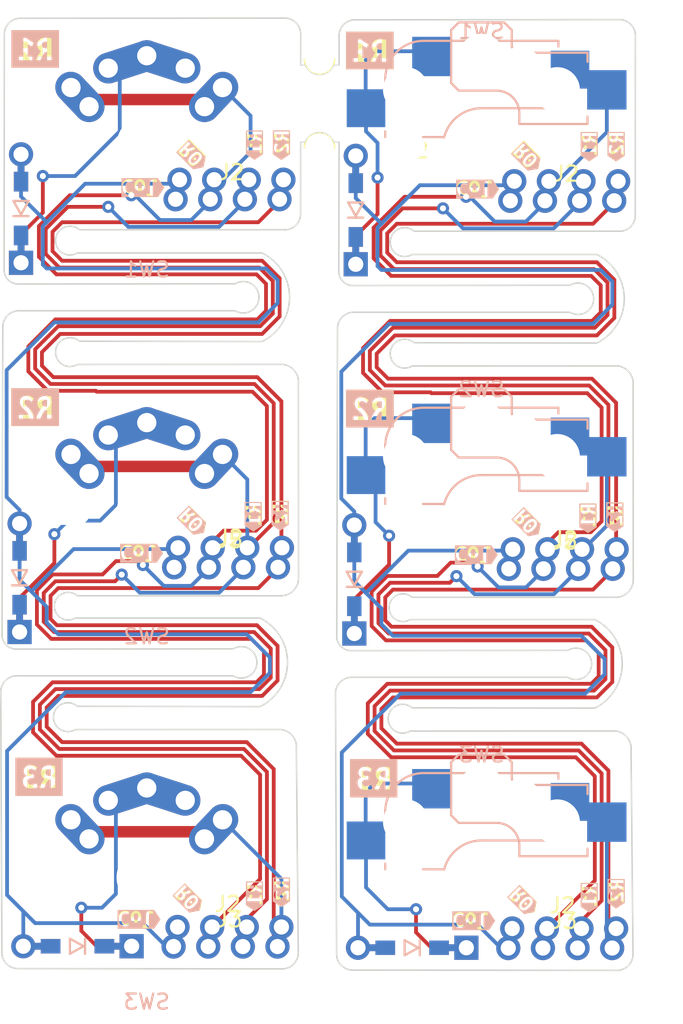
<source format=kicad_pcb>
(kicad_pcb (version 20211014) (generator pcbnew)
  (layers (0 "F.Cu" signal) (31 "B.Cu" signal) (34 "B.Paste" user) (35 "F.Paste" user) (36 "B.SilkS" user "B.Silkscreen") (37 "F.SilkS" user "F.Silkscreen") (38 "B.Mask" user) (39 "F.Mask" user) (44 "Edge.Cuts" user))
  (net 0 "")
  (net 1 "Net-(D1-Pad1)")
  (net 2 "col0")
  (net 3 "Net-(D2-Pad1)")
  (net 4 "Net-(D3-Pad1)")
  (net 5 "row_0")
  (net 6 "row_1")
  (net 7 "row_2")
  (footprint "Alaa:4x2THT" (layer "F.Cu") (at 219.874672 103.013976)
    (fp_text reference "J5")
    (fp_text value "Conn_01x04_Female")
  )
  (footprint "kibuzzard-6399CA4F" (layer "F.Cu") (at 223.178917 100.881108 -90)
    (fp_text reference "kibuzzard-6399CA4F" hide)
    (fp_text value "G***" hide)
  )
  (footprint "kibuzzard-6399CA4F" (layer "F.Cu") (at 201.171491 76.354194 -90)
    (fp_text reference "kibuzzard-6399CA4F" hide)
    (fp_text value "G***" hide)
  )
  (footprint "kibuzzard-6399CA4F" (layer "F.Cu") (at 223.266 125.73 -90)
    (fp_text reference "kibuzzard-6399CA4F" hide)
    (fp_text value "G***" hide)
  )
  (footprint "kibuzzard-6399CA47" (layer "F.Cu") (at 199.321354 100.857223 -90)
    (fp_text reference "kibuzzard-6399CA47" hide)
    (fp_text value "G***" hide)
  )
  (footprint "kibuzzard-6399CA4F" (layer "F.Cu") (at 201.084408 100.781302 -90)
    (fp_text reference "kibuzzard-6399CA4F" hide)
    (fp_text value "G***" hide)
  )
  (footprint "Alaa:Kailh_MX-CHOC" (layer "F.Cu") (at 192.281491 100.552194)
    (fp_text reference "SW2")
    (fp_text value "SW_Push")
  )
  (footprint "kibuzzard-63982C97" (layer "F.Cu") (at 207.01 93.726)
    (fp_text reference "kibuzzard-63982C97" hide)
    (fp_text value "G***" hide)
  )
  (footprint "Alaa:Kailh_hotswap_only_MX-CHOC" (layer "F.Cu") (at 214.376 124.75)
    (fp_text reference "SW3")
    (fp_text value "SW_Push")
  )
  (footprint "Alaa:4x2THT" (layer "F.Cu") (at 219.973641 78.738932)
    (fp_text reference "J2")
    (fp_text value "Conn_01x04_Female")
  )
  (footprint "kibuzzard-6399CA1D" (layer "F.Cu") (at 217.467974 101.311327 -45)
    (fp_text reference "kibuzzard-6399CA1D" hide)
    (fp_text value "G***" hide)
  )
  (footprint "Alaa:Kailh_MX-CHOC" (layer "F.Cu") (at 192.281491 124.650194)
    (fp_text reference "SW3")
    (fp_text value "SW_Push")
  )
  (footprint "kibuzzard-6399CA4F" (layer "F.Cu") (at 201.171491 125.630194 -90)
    (fp_text reference "kibuzzard-6399CA4F" hide)
    (fp_text value "G***" hide)
  )
  (footprint "kibuzzard-6399CA47" (layer "F.Cu") (at 221.488 125.984 -90)
    (fp_text reference "kibuzzard-6399CA47" hide)
    (fp_text value "G***" hide)
  )
  (footprint "kibuzzard-6399CA3A" (layer "F.Cu") (at 191.773491 127.408194)
    (fp_text reference "kibuzzard-6399CA3A" hide)
    (fp_text value "G***" hide)
  )
  (footprint "kibuzzard-6399CA47" (layer "F.Cu") (at 199.393491 76.354194 -90)
    (fp_text reference "kibuzzard-6399CA47" hide)
    (fp_text value "G***" hide)
  )
  (footprint "kibuzzard-6399CA3A" (layer "F.Cu") (at 191.942075 103.26368)
    (fp_text reference "kibuzzard-6399CA3A" hide)
    (fp_text value "G***" hide)
  )
  (footprint "Alaa:4x2THT" (layer "F.Cu") (at 197.745491 127.926194)
    (fp_text reference "J3")
    (fp_text value "Conn_01x04_Female")
  )
  (footprint "kibuzzard-63982CB3" (layer "F.Cu") (at 185.169491 118.010194)
    (fp_text reference "kibuzzard-63982CB3" hide)
    (fp_text value "G***" hide)
  )
  (footprint "kibuzzard-6399CA3A" (layer "F.Cu") (at 214.036584 103.363486)
    (fp_text reference "kibuzzard-6399CA3A" hide)
    (fp_text value "G***" hide)
  )
  (footprint "kibuzzard-63982C76" (layer "F.Cu") (at 184.915491 70.004194)
    (fp_text reference "kibuzzard-63982C76" hide)
    (fp_text value "G***" hide)
  )
  (footprint "kibuzzard-6399CA1D" (layer "F.Cu") (at 195.360428 77.032156 -45)
    (fp_text reference "kibuzzard-6399CA1D" hide)
    (fp_text value "G***" hide)
  )
  (footprint "kibuzzard-63982CB3" (layer "F.Cu") (at 207.264 118.11)
    (fp_text reference "kibuzzard-63982CB3" hide)
    (fp_text value "G***" hide)
  )
  (footprint "kibuzzard-6399CA1D" (layer "F.Cu") (at 195.373465 101.211521 -45)
    (fp_text reference "kibuzzard-6399CA1D" hide)
    (fp_text value "G***" hide)
  )
  (footprint "kibuzzard-63982C76" (layer "F.Cu") (at 207.01 70.104)
    (fp_text reference "kibuzzard-63982C76" hide)
    (fp_text value "G***" hide)
  )
  (footprint "Alaa:Kailh_hotswap_only_MX-CHOC" (layer "F.Cu") (at 214.376 100.652)
    (fp_text reference "SW2")
    (fp_text value "SW_Push")
  )
  (footprint "kibuzzard-6399CA1D" (layer "F.Cu") (at 217.200937 126.238 -45)
    (fp_text reference "kibuzzard-6399CA1D" hide)
    (fp_text value "G***" hide)
  )
  (footprint "kibuzzard-6399CA1D" (layer "F.Cu") (at 195.106428 126.138194 -45)
    (fp_text reference "kibuzzard-6399CA1D" hide)
    (fp_text value "G***" hide)
  )
  (footprint "Alaa:4x2THT" (layer "F.Cu") (at 219.84 128.026)
    (fp_text reference "J3")
    (fp_text value "Conn_01x04_Female")
  )
  (footprint "kibuzzard-6399CA3A" (layer "F.Cu") (at 192.027491 79.148194)
    (fp_text reference "kibuzzard-6399CA3A" hide)
    (fp_text value "G***" hide)
  )
  (footprint "Alaa:4x2THT" (layer "F.Cu") (at 197.780163 102.91417)
    (fp_text reference "J5")
    (fp_text value "Conn_01x04_Female")
  )
  (footprint "kibuzzard-63982C97" (layer "F.Cu") (at 184.915491 93.626194)
    (fp_text reference "kibuzzard-63982C97" hide)
    (fp_text value "G***" hide)
  )
  (footprint "kibuzzard-6399CA3A" (layer "F.Cu") (at 213.868 127.508)
    (fp_text reference "kibuzzard-6399CA3A" hide)
    (fp_text value "G***" hide)
  )
  (footprint "kibuzzard-6399CA47" (layer "F.Cu") (at 221.415863 100.957029 -90)
    (fp_text reference "kibuzzard-6399CA47" hide)
    (fp_text value "G***" hide)
  )
  (footprint "kibuzzard-63982C97" (layer "F.Cu") (at 207.01 93.726)
    (fp_text reference "kibuzzard-63982C97" hide)
    (fp_text value "G***" hide)
  )
  (footprint "kibuzzard-6399CA4F" (layer "F.Cu") (at 223.266 76.454 -90)
    (fp_text reference "kibuzzard-6399CA4F" hide)
    (fp_text value "G***" hide)
  )
  (footprint "kibuzzard-6399CA47" (layer "F.Cu") (at 221.488 76.454 -90)
    (fp_text reference "kibuzzard-6399CA47" hide)
    (fp_text value "G***" hide)
  )
  (footprint "kibuzzard-6399CA47" (layer "F.Cu") (at 199.393491 125.884194 -90)
    (fp_text reference "kibuzzard-6399CA47" hide)
    (fp_text value "G***" hide)
  )
  (footprint "kibuzzard-6399CA3A" (layer "F.Cu") (at 214.122 79.248)
    (fp_text reference "kibuzzard-6399CA3A" hide)
    (fp_text value "G***" hide)
  )
  (footprint "kibuzzard-63982C97" (layer "F.Cu") (at 184.915491 93.626194)
    (fp_text reference "kibuzzard-63982C97" hide)
    (fp_text value "G***" hide)
  )
  (footprint "Alaa:4x2THT" (layer "F.Cu") (at 197.879132 78.639126)
    (fp_text reference "J2")
    (fp_text value "Conn_01x04_Female")
  )
  (footprint "kibuzzard-6399CA1D" (layer "F.Cu") (at 217.454937 77.131962 -45)
    (fp_text reference "kibuzzard-6399CA1D" hide)
    (fp_text value "G***" hide)
  )
  (footprint "Duckyb-Parts:mouse-bite-5mm-slot-with-space-for-track" (layer "F.Cu") (at 203.68618 73.607156)
    (fp_text reference "mouse-bite-2mm-slot" hide)
    (fp_text value "VAL**" hide)
  )
  (footprint "Alaa:Kailh_MX-CHOC" (layer "F.Cu") (at 192.281491 76.354194)
    (fp_text reference "SW1")
    (fp_text value "SW_Push")
  )
  (footprint "Alaa:Kailh_hotswap_only_MX-CHOC" (layer "F.Cu") (at 214.376 76.454)
    (fp_text reference "SW1")
    (fp_text value "SW_Push")
  )
  (footprint "kibuzzard-6399CA4F" (layer "B.Cu") (at 201.084408 100.798173 -90)
    (fp_text reference "kibuzzard-6399CA4F" hide)
    (fp_text value "G***" hide)
  )
  (footprint "kibuzzard-6399CA47" (layer "B.Cu") (at 199.393491 125.884194 -90)
    (fp_text reference "kibuzzard-6399CA47" hide)
    (fp_text value "G***" hide)
  )
  (footprint "kibuzzard-6399CA1D" (layer "B.Cu") (at 195.075491 126.138194 -45)
    (fp_text reference "kibuzzard-6399CA1D" hide)
    (fp_text value "G***" hide)
  )
  (footprint "kibuzzard-6399CA1D" (layer "B.Cu") (at 217.17 126.238 -45)
    (fp_text reference "kibuzzard-6399CA1D" hide)
    (fp_text value "G***" hide)
  )
  (footprint "Alaa:D_DO-35_SOD27_P7.62mm_Horizontal_Reversible" (layer "B.Cu") (at 205.983046 104.983411 90)
    (fp_text reference "D2" hide)
    (fp_text value "1N4148" hide)
  )
  (footprint "Alaa:D_DO-35_SOD27_P7.62mm_Horizontal_Reversible" (layer "B.Cu") (at 209.804 129.286 180)
    (fp_text reference "D3" hide)
    (fp_text value "1N4148" hide)
  )
  (footprint "kibuzzard-6399CA47" (layer "B.Cu") (at 221.488 76.454 -90)
    (fp_text reference "kibuzzard-6399CA47" hide)
    (fp_text value "G***" hide)
  )
  (footprint "kibuzzard-6399CA47" (layer "B.Cu") (at 199.393491 76.354194 -90)
    (fp_text reference "kibuzzard-6399CA47" hide)
    (fp_text value "G***" hide)
  )
  (footprint "kibuzzard-6399CA3A" (layer "B.Cu") (at 213.868 127.508)
    (fp_text reference "kibuzzard-6399CA3A" hide)
    (fp_text value "G***" hide)
  )
  (footprint "kibuzzard-6399CA1D" (layer "B.Cu") (at 217.450244 101.321616 -45)
    (fp_text reference "kibuzzard-6399CA1D" hide)
    (fp_text value "G***" hide)
  )
  (footprint "kibuzzard-6399CA3A" (layer "B.Cu") (at 214.036584 103.363486)
    (fp_text reference "kibuzzard-6399CA3A" hide)
    (fp_text value "G***" hide)
  )
  (footprint "kibuzzard-6399CA1D" (layer "B.Cu") (at 195.355735 101.22181 -45)
    (fp_text reference "kibuzzard-6399CA1D" hide)
    (fp_text value "G***" hide)
  )
  (footprint "kibuzzard-63982C97" (layer "B.Cu") (at 184.915491 93.626194 180)
    (fp_text reference "kibuzzard-63982C97" hide)
    (fp_text value "G***" hide)
  )
  (footprint "kibuzzard-6399CA1D" (layer "B.Cu") (at 217.424 77.216 -45)
    (fp_text reference "kibuzzard-6399CA1D" hide)
    (fp_text value "G***" hide)
  )
  (footprint "kibuzzard-6399CA4F" (layer "B.Cu") (at 223.178917 100.897979 -90)
    (fp_text reference "kibuzzard-6399CA4F" hide)
    (fp_text value "G***" hide)
  )
  (footprint "kibuzzard-6399CA4F" (layer "B.Cu") (at 201.171491 76.354194 -90)
    (fp_text reference "kibuzzard-6399CA4F" hide)
    (fp_text value "G***" hide)
  )
  (footprint "kibuzzard-63982C97" (layer "B.Cu") (at 207.01 93.726 180)
    (fp_text reference "kibuzzard-63982C97" hide)
    (fp_text value "G***" hide)
  )
  (footprint "kibuzzard-6399CA1D" (layer "B.Cu") (at 195.329491 77.116194 -45)
    (fp_text reference "kibuzzard-6399CA1D" hide)
    (fp_text value "G***" hide)
  )
  (footprint "kibuzzard-6399CA3A" (layer "B.Cu") (at 191.773491 127.408194)
    (fp_text reference "kibuzzard-6399CA3A" hide)
    (fp_text value "G***" hide)
  )
  (footprint "kibuzzard-6399CA4F" (layer "B.Cu") (at 223.266 125.73 -90)
    (fp_text reference "kibuzzard-6399CA4F" hide)
    (fp_text value "G***" hide)
  )
  (footprint "kibuzzard-6399CA47" (layer "B.Cu") (at 221.398992 100.957029 -90)
    (fp_text reference "kibuzzard-6399CA47" hide)
    (fp_text value "G***" hide)
  )
  (footprint "kibuzzard-63982CB3" (layer "B.Cu") (at 207.264 118.11 180)
    (fp_text reference "kibuzzard-63982CB3" hide)
    (fp_text value "G***" hide)
  )
  (footprint "kibuzzard-6399CA4F" (layer "B.Cu") (at 223.266 76.454 -90)
    (fp_text reference "kibuzzard-6399CA4F" hide)
    (fp_text value "G***" hide)
  )
  (footprint "kibuzzard-6399CA47" (layer "B.Cu") (at 221.488 125.984 -90)
    (fp_text reference "kibuzzard-6399CA47" hide)
    (fp_text value "G***" hide)
  )
  (footprint "Alaa:D_DO-35_SOD27_P7.62mm_Horizontal_Reversible" (layer "B.Cu") (at 187.709491 129.186194 180)
    (fp_text reference "D3" hide)
    (fp_text value "1N4148" hide)
  )
  (footprint "Alaa:D_DO-35_SOD27_P7.62mm_Horizontal_Reversible" (layer "B.Cu") (at 183.888537 104.883605 90)
    (fp_text reference "D2" hide)
    (fp_text value "1N4148" hide)
  )
  (footprint "kibuzzard-63982C76" (layer "B.Cu") (at 207.01 70.104 180)
    (fp_text reference "kibuzzard-63982C76" hide)
    (fp_text value "G***" hide)
  )
  (footprint "kibuzzard-6399CA47" (layer "B.Cu") (at 199.304483 100.857223 -90)
    (fp_text reference "kibuzzard-6399CA47" hide)
    (fp_text value "G***" hide)
  )
  (footprint "kibuzzard-6399CA3A" (layer "B.Cu") (at 191.942075 103.26368)
    (fp_text reference "kibuzzard-6399CA3A" hide)
    (fp_text value "G***" hide)
  )
  (footprint "kibuzzard-63982CB3" (layer "B.Cu") (at 185.169491 118.010194 180)
    (fp_text reference "kibuzzard-63982CB3" hide)
    (fp_text value "G***" hide)
  )
  (footprint "kibuzzard-6399CA4F" (layer "B.Cu") (at 201.171491 125.630194 -90)
    (fp_text reference "kibuzzard-6399CA4F" hide)
    (fp_text value "G***" hide)
  )
  (footprint "Alaa:D_DO-35_SOD27_P7.62mm_Horizontal_Reversible" (layer "B.Cu") (at 206.078401 80.630247 90)
    (fp_text reference "D1" hide)
    (fp_text value "1N4148" hide)
  )
  (footprint "kibuzzard-6399CA3A" (layer "B.Cu") (at 192.027491 79.148194)
    (fp_text reference "kibuzzard-6399CA3A" hide)
    (fp_text value "G***" hide)
  )
  (footprint "kibuzzard-6399CA3A" (layer "B.Cu") (at 214.122 79.248)
    (fp_text reference "kibuzzard-6399CA3A" hide)
    (fp_text value "G***" hide)
  )
  (footprint "kibuzzard-63982C76" (layer "B.Cu") (at 184.915491 70.004194 180)
    (fp_text reference "kibuzzard-63982C76" hide)
    (fp_text value "G***" hide)
  )
  (footprint "Alaa:D_DO-35_SOD27_P7.62mm_Horizontal_Reversible" (layer "B.Cu") (at 183.983892 80.530441 90)
    (fp_text reference "D1" hide)
    (fp_text value "1N4148" hide)
  )
  (gr_arc (start 183.725382 130.659515) (mid 182.990285 130.308567) (end 182.720403 129.54) (layer "Edge.Cuts") (width 0.1))
  (gr_line (start 204.978 69.088) (end 204.978 71.067156) (layer "Edge.Cuts") (width 0.1))
  (gr_line (start 202.73368 76.147156) (end 202.438 76.147156) (layer "Edge.Cuts") (width 0.05))
  (gr_arc (start 201.438614 67.968289) (mid 202.161372 68.306349) (end 202.443593 69.052684) (layer "Edge.Cuts") (width 0.1))
  (gr_line (start 204.959932 84.608078) (end 204.978 76.147156) (layer "Edge.Cuts") (width 0.1))
  (gr_arc (start 197.98318 109.572463) (mid 199.555942 110.461458) (end 197.98318 111.350463) (layer "Edge.Cuts") (width 0.1))
  (gr_line (start 201.298491 81.926194) (end 187.836491 81.926194) (layer "Edge.Cuts") (width 0.1))
  (gr_arc (start 205.819891 130.759321) (mid 205.078509 130.401806) (end 204.814912 129.622082) (layer "Edge.Cuts") (width 0.1))
  (gr_line (start 201.171491 106.072194) (end 187.701941 106.072194) (layer "Edge.Cuts") (width 0.1))
  (gr_line (start 198.11773 85.493215) (end 183.870402 85.508272) (layer "Edge.Cuts") (width 0.1))
  (gr_arc (start 183.870402 85.508272) (mid 183.138703 85.238623) (end 182.865423 84.508272) (layer "Edge.Cuts") (width 0.1))
  (gr_line (start 209.798239 90.916) (end 223.382635 90.912095) (layer "Edge.Cuts") (width 0.1))
  (gr_arc (start 183.735852 109.58752) (mid 183.004192 109.317832) (end 182.730873 108.58752) (layer "Edge.Cuts") (width 0.1))
  (gr_line (start 204.978 76.147156) (end 204.63868 76.147156) (layer "Edge.Cuts") (width 0.05))
  (gr_line (start 202.293105 92.102194) (end 202.30118 104.902) (layer "Edge.Cuts") (width 0.1))
  (gr_arc (start 224.379751 129.774625) (mid 224.022233 130.516009) (end 223.242512 130.779604) (layer "Edge.Cuts") (width 0.1))
  (gr_arc (start 209.798239 90.916) (mid 208.358706 90.018247) (end 209.931 89.380979) (layer "Edge.Cuts") (width 0.1))
  (gr_arc (start 205.830361 109.687326) (mid 205.098681 109.417657) (end 204.825382 108.687326) (layer "Edge.Cuts") (width 0.1))
  (gr_arc (start 204.638679 71.067156) (mid 203.68618 71.712028) (end 202.733681 71.067155) (layer "Edge.Cuts") (width 0.05))
  (gr_arc (start 202.733681 76.147156) (mid 203.68618 75.502283) (end 204.638679 76.147157) (layer "Edge.Cuts") (width 0.05))
  (gr_arc (start 204.978 69.088) (mid 205.335512 68.346621) (end 206.115239 68.083021) (layer "Edge.Cuts") (width 0.1))
  (gr_line (start 223.266 106.172) (end 209.79645 106.172) (layer "Edge.Cuts") (width 0.1))
  (gr_arc (start 223.248085 114.991343) (mid 224.014544 115.430644) (end 224.253064 116.281248) (layer "Edge.Cuts") (width 0.1))
  (gr_line (start 201.148003 130.679798) (end 183.725382 130.659515) (layer "Edge.Cuts") (width 0.1))
  (gr_arc (start 224.395689 105.100269) (mid 224.035201 105.851542) (end 223.266 106.172) (layer "Edge.Cuts") (width 0.1))
  (gr_arc (start 182.645429 112.366821) (mid 183.002222 111.621622) (end 183.782668 111.350463) (layer "Edge.Cuts") (width 0.1))
  (gr_line (start 223.393 82.026) (end 209.931 82.026) (layer "Edge.Cuts") (width 0.1))
  (gr_arc (start 221.990239 83.561021) (mid 223.8031 86.482021) (end 221.990239 89.403021) (layer "Edge.Cuts") (width 0.1))
  (gr_line (start 220.212239 85.593021) (end 205.964911 85.608078) (layer "Edge.Cuts") (width 0.1))
  (gr_line (start 204.978 71.067156) (end 204.63868 71.067156) (layer "Edge.Cuts") (width 0.05))
  (gr_arc (start 199.89573 83.461215) (mid 201.708563 86.382215) (end 199.89573 89.303215) (layer "Edge.Cuts") (width 0.1))
  (gr_arc (start 209.798239 83.561021) (mid 208.358704 82.663294) (end 209.931 82.026) (layer "Edge.Cuts") (width 0.1))
  (gr_line (start 220.212239 87.371021) (end 206.011727 87.371021) (layer "Edge.Cuts") (width 0.1))
  (gr_arc (start 205.964911 85.608078) (mid 205.233232 85.338409) (end 204.959932 84.608078) (layer "Edge.Cuts") (width 0.1))
  (gr_line (start 220.077689 111.450269) (end 205.877177 111.450269) (layer "Edge.Cuts") (width 0.1))
  (gr_arc (start 187.56918 107.540463) (mid 186.188057 106.675445) (end 187.701941 106.072194) (layer "Edge.Cuts") (width 0.1))
  (gr_arc (start 201.288126 90.812289) (mid 202.054535 91.251605) (end 202.293105 92.102194) (layer "Edge.Cuts") (width 0.1))
  (gr_line (start 209.798239 83.561021) (end 221.990239 83.561021) (layer "Edge.Cuts") (width 0.1))
  (gr_arc (start 209.663689 114.995248) (mid 208.224151 114.097491) (end 209.79645 113.460227) (layer "Edge.Cuts") (width 0.1))
  (gr_arc (start 182.779979 88.287573) (mid 183.136783 87.542386) (end 183.917218 87.271215) (layer "Edge.Cuts") (width 0.1))
  (gr_arc (start 223.533123 68.068095) (mid 224.274502 68.425607) (end 224.538102 69.205334) (layer "Edge.Cuts") (width 0.1))
  (gr_line (start 182.865423 84.508272) (end 182.883491 68.988194) (layer "Edge.Cuts") (width 0.1))
  (gr_line (start 204.874488 88.387379) (end 204.825382 108.687326) (layer "Edge.Cuts") (width 0.1))
  (gr_arc (start 202.43573 80.946814) (mid 202.076535 81.679687) (end 201.298491 81.926194) (layer "Edge.Cuts") (width 0.1))
  (gr_line (start 182.645429 112.366821) (end 182.720403 129.54) (layer "Edge.Cuts") (width 0.1))
  (gr_line (start 224.253064 116.281248) (end 224.379751 129.774625) (layer "Edge.Cuts") (width 0.1))
  (gr_arc (start 209.663689 107.640269) (mid 208.282624 106.775256) (end 209.79645 106.172) (layer "Edge.Cuts") (width 0.1))
  (gr_line (start 184.02073 67.983215) (end 201.438614 67.968289) (layer "Edge.Cuts") (width 0.1))
  (gr_line (start 197.98318 111.350463) (end 183.782668 111.350463) (layer "Edge.Cuts") (width 0.1))
  (gr_arc (start 220.077689 109.672269) (mid 221.650406 110.561271) (end 220.077689 111.450269) (layer "Edge.Cuts") (width 0.1))
  (gr_line (start 221.990239 89.403021) (end 209.931 89.380979) (layer "Edge.Cuts") (width 0.1))
  (gr_arc (start 199.76118 107.540463) (mid 201.574084 110.461461) (end 199.76118 113.382463) (layer "Edge.Cuts") (width 0.1))
  (gr_line (start 209.663689 107.640269) (end 221.855689 107.640269) (layer "Edge.Cuts") (width 0.1))
  (gr_line (start 204.739938 112.466627) (end 204.814912 129.622082) (layer "Edge.Cuts") (width 0.1))
  (gr_arc (start 202.285242 129.674819) (mid 201.927708 130.416176) (end 201.148003 130.679798) (layer "Edge.Cuts") (width 0.1))
  (gr_line (start 199.89573 89.303215) (end 187.836491 89.281173) (layer "Edge.Cuts") (width 0.1))
  (gr_line (start 202.73368 71.067156) (end 202.438 71.067156) (layer "Edge.Cuts") (width 0.05))
  (gr_arc (start 198.11773 85.493215) (mid 199.690377 86.382223) (end 198.11773 87.271215) (layer "Edge.Cuts") (width 0.1))
  (gr_line (start 209.663689 114.995248) (end 223.248085 114.991343) (layer "Edge.Cuts") (width 0.1))
  (gr_line (start 224.538102 69.205334) (end 224.530239 81.04662) (layer "Edge.Cuts") (width 0.1))
  (gr_line (start 202.443593 69.052684) (end 202.438 71.067156) (layer "Edge.Cuts") (width 0.1))
  (gr_arc (start 187.70373 90.816194) (mid 186.264138 89.918434) (end 187.836491 89.281173) (layer "Edge.Cuts") (width 0.1))
  (gr_arc (start 202.30118 104.902) (mid 201.97434 105.716864) (end 201.171491 106.072194) (layer "Edge.Cuts") (width 0.1))
  (gr_arc (start 187.70373 83.461215) (mid 186.264114 82.563447) (end 187.836491 81.926194) (layer "Edge.Cuts") (width 0.1))
  (gr_line (start 187.56918 107.540463) (end 199.76118 107.540463) (layer "Edge.Cuts") (width 0.1))
  (gr_line (start 202.158555 116.181442) (end 202.285242 129.674819) (layer "Edge.Cuts") (width 0.1))
  (gr_line (start 187.70373 90.816194) (end 201.288126 90.812289) (layer "Edge.Cuts") (width 0.1))
  (gr_arc (start 220.212239 85.593021) (mid 221.784958 86.482021) (end 220.212239 87.371021) (layer "Edge.Cuts") (width 0.1))
  (gr_line (start 220.077689 109.672269) (end 205.830361 109.687326) (layer "Edge.Cuts") (width 0.1))
  (gr_line (start 187.70373 83.461215) (end 199.89573 83.461215) (layer "Edge.Cuts") (width 0.1))
  (gr_line (start 223.242512 130.779604) (end 205.819891 130.759321) (layer "Edge.Cuts") (width 0.1))
  (gr_line (start 182.779979 88.287573) (end 182.730873 108.58752) (layer "Edge.Cuts") (width 0.1))
  (gr_line (start 221.855689 113.482269) (end 209.79645 113.460227) (layer "Edge.Cuts") (width 0.1))
  (gr_arc (start 221.855689 107.640269) (mid 223.668551 110.56127) (end 221.855689 113.482269) (layer "Edge.Cuts") (width 0.1))
  (gr_arc (start 182.883491 68.988194) (mid 183.241003 68.246815) (end 184.02073 67.983215) (layer "Edge.Cuts") (width 0.1))
  (gr_arc (start 223.382635 90.912095) (mid 224.149055 91.351415) (end 224.387614 92.202) (layer "Edge.Cuts") (width 0.1))
  (gr_line (start 198.11773 87.271215) (end 183.917218 87.271215) (layer "Edge.Cuts") (width 0.1))
  (gr_arc (start 224.530239 81.04662) (mid 224.17104 81.779485) (end 223.393 82.026) (layer "Edge.Cuts") (width 0.1))
  (gr_line (start 187.56918 114.895442) (end 201.153576 114.891537) (layer "Edge.Cuts") (width 0.1))
  (gr_arc (start 204.874488 88.387379) (mid 205.231279 87.642178) (end 206.011727 87.371021) (layer "Edge.Cuts") (width 0.1))
  (gr_arc (start 187.56918 114.895442) (mid 186.129612 113.997679) (end 187.701941 113.360421) (layer "Edge.Cuts") (width 0.1))
  (gr_line (start 197.98318 109.572463) (end 183.735852 109.58752) (layer "Edge.Cuts") (width 0.1))
  (gr_arc (start 204.739938 112.466627) (mid 205.096729 111.721426) (end 205.877177 111.450269) (layer "Edge.Cuts") (width 0.1))
  (gr_line (start 199.76118 113.382463) (end 187.701941 113.360421) (layer "Edge.Cuts") (width 0.1))
  (gr_line (start 224.387614 92.202) (end 224.395689 105.100269) (layer "Edge.Cuts") (width 0.1))
  (gr_line (start 206.115239 68.083021) (end 223.533123 68.068095) (layer "Edge.Cuts") (width 0.1))
  (gr_arc (start 201.153576 114.891537) (mid 201.919976 115.330863) (end 202.158555 116.181442) (layer "Edge.Cuts") (width 0.1))
  (gr_line (start 202.43573 80.946814) (end 202.438 76.147156) (layer "Edge.Cuts") (width 0.1))
  (gr_text "J2" (at 210.040193 76.699164) (layer "F.SilkS") (effects (font (size 1 1))))
  (gr_text "J2" (at 219.719641 126.498932) (layer "F.SilkS") (effects (font (size 1 1))))
  (gr_text "J2" (at 219.888225 102.354418) (layer "F.SilkS") (effects (font (size 1 1))))
  (gr_text "J2" (at 197.793716 102.254612) (layer "F.SilkS") (effects (font (size 1 1))))
  (gr_text "J2" (at 197.625132 126.399126) (layer "F.SilkS") (effects (font (size 1 1))))
  (segment (start 207.518 78.486) (end 207.518 80.896848) (width 0.25) (layer "F.Cu") (net 1))
  (segment (start 183.983892 82.236641) (end 183.983892 82.305441) (width 0.25) (layer "F.Cu") (net 1))
  (segment (start 185.423491 80.797042) (end 183.983892 82.236641) (width 0.25) (layer "F.Cu") (net 1))
  (segment (start 185.423491 78.386194) (end 185.423491 80.797042) (width 0.25) (layer "F.Cu") (net 1))
  (segment (start 206.078401 82.336447) (end 206.078401 82.405247) (width 0.25) (layer "F.Cu") (net 1))
  (segment (start 207.518 80.896848) (end 206.078401 82.336447) (width 0.25) (layer "F.Cu") (net 1))
  (via (at 185.423491 78.386194) (size 0.8) (drill 0.4) (layers "F.Cu" "B.Cu") (net 1))
  (via (at 207.518 78.486) (size 0.8) (drill 0.4) (layers "F.Cu" "B.Cu") (net 1))
  (segment (start 207.518 76.2) (end 207.518 78.486) (width 0.25) (layer "B.Cu") (net 1))
  (segment (start 190.5 75.438) (end 190.5 72.038423) (width 0.25) (layer "B.Cu") (net 1))
  (segment (start 190.5 72.038423) (end 189.739079 71.277502) (width 0.25) (layer "B.Cu") (net 1))
  (segment (start 206.756 73.914) (end 206.756 75.438) (width 0.25) (layer "B.Cu") (net 1))
  (segment (start 206.756 75.438) (end 207.518 76.2) (width 0.25) (layer "B.Cu") (net 1))
  (segment (start 190.5 75.438) (end 187.551806 78.386194) (width 0.25) (layer "B.Cu") (net 1))
  (segment (start 187.551806 78.386194) (end 185.423491 78.386194) (width 0.25) (layer "B.Cu") (net 1))
  (segment (start 208.534 108.712) (end 207.772 107.95) (width 0.25) (layer "B.Cu") (net 2))
  (segment (start 183.031491 91.192194) (end 186.185491 88.038194) (width 0.25) (layer "B.Cu") (net 2))
  (segment (start 183.888537 105.01324) (end 183.888537 100.413262) (width 0.25) (layer "B.Cu") (net 2))
  (segment (start 183.983892 79.740595) (end 185.677491 81.434194) (width 0.25) (layer "B.Cu") (net 2))
  (segment (start 222.504 111.252) (end 222.504 110.236) (width 0.25) (layer "B.Cu") (net 2))
  (segment (start 200.917491 85.244194) (end 200.155491 84.482194) (width 0.25) (layer "B.Cu") (net 2))
  (segment (start 207.772 106.902) (end 206.756 105.886) (width 0.25) (layer "B.Cu") (net 2))
  (segment (start 216.408 78.994) (end 210.312 78.994) (width 0.25) (layer "B.Cu") (net 2))
  (segment (start 207.518 84.328) (end 207.518 81.788) (width 0.25) (layer "B.Cu") (net 2))
  (segment (start 198.885491 108.612194) (end 186.439491 108.612194) (width 0.25) (layer "B.Cu") (net 2))
  (segment (start 205.156489 116.407511) (end 209.042 112.522) (width 0.25) (layer "B.Cu") (net 2))
  (segment (start 192.027491 127.662194) (end 184.915491 127.662194) (width 0.25) (layer "B.Cu") (net 2))
  (segment (start 185.423491 81.688194) (end 185.677491 81.434194) (width 0.25) (layer "B.Cu") (net 2))
  (segment (start 214.122 127.762) (end 207.01 127.762) (width 0.25) (layer "B.Cu") (net 2))
  (segment (start 221.234 112.522) (end 222.504 111.252) (width 0.25) (layer "B.Cu") (net 2))
  (segment (start 205.126 99.656022) (end 205.126 91.292) (width 0.25) (layer "B.Cu") (net 2))
  (segment (start 207.518 81.788) (end 207.772 81.534) (width 0.25) (layer "B.Cu") (net 2))
  (segment (start 184.133491 126.920194) (end 184.133491 129.186194) (width 0.25) (layer "B.Cu") (net 2))
  (segment (start 183.06198 116.307705) (end 186.947491 112.422194) (width 0.25) (layer "B.Cu") (net 2))
  (segment (start 186.185491 88.038194) (end 199.647491 88.038194) (width 0.25) (layer "B.Cu") (net 2))
  (segment (start 199.647491 88.038194) (end 200.917491 86.768194) (width 0.25) (layer "B.Cu") (net 2))
  (segment (start 199.139491 112.422194) (end 200.409491 111.152194) (width 0.25) (layer "B.Cu") (net 2))
  (segment (start 206.078401 78.855247) (end 206.078401 77.054247) (width 0.25) (layer "B.Cu") (net 2))
  (segment (start 185.423491 84.228194) (end 185.423491 81.688194) (width 0.25) (layer "B.Cu") (net 2))
  (segment (start 222.25 84.582) (end 207.772 84.582) (width 0.25) (layer "B.Cu") (net 2))
  (segment (start 183.888537 100.413262) (end 183.031491 99.556216) (width 0.25) (layer "B.Cu") (net 2))
  (segment (start 184.661491 105.786194) (end 183.888537 105.01324) (width 0.25) (layer "B.Cu") (net 2))
  (segment (start 184.661491 105.786194) (end 187.455491 102.992194) (width 0.25) (layer "B.Cu") (net 2))
  (segment (start 223.012 85.344) (end 222.25 84.582) (width 0.25) (layer "B.Cu") (net 2))
  (segment (start 220.98 108.712) (end 208.534 108.712) (width 0.25) (layer "B.Cu") (net 2))
  (segment (start 221.742 88.138) (end 223.012 86.868) (width 0.25) (layer "B.Cu") (net 2))
  (segment (start 186.947491 112.422194) (end 199.139491 112.422194) (width 0.25) (layer "B.Cu") (net 2))
  (segment (start 200.409491 110.136194) (end 198.885491 108.612194) (width 0.25) (layer "B.Cu") (net 2))
  (segment (start 205.126 91.292) (end 208.28 88.138) (width 0.25) (layer "B.Cu") (net 2))
  (segment (start 205.156489 125.908489) (end 205.156489 116.407511) (width 0.25) (layer "B.Cu") (net 2))
  (segment (start 205.983046 105.113046) (end 205.983046 100.513068) (width 0.25) (layer "B.Cu") (net 2))
  (segment (start 183.031491 99.556216) (end 183.031491 91.192194) (width 0.25) (layer "B.Cu") (net 2))
  (segment (start 183.983892 78.755441) (end 183.983892 76.954441) (width 0.25) (layer "B.Cu") (net 2))
  (segment (start 185.677491 107.850194) (end 185.677491 106.802194) (width 0.25) (layer "B.Cu") (net 2))
  (segment (start 222.504 110.236) (end 220.98 108.712) (width 0.25) (layer "B.Cu") (net 2))
  (segment (start 207.772 107.95) (end 207.772 106.902) (width 0.25) (layer "B.Cu") (net 2))
  (segment (start 207.01 127.762) (end 205.156489 125.908489) (width 0.25) (layer "B.Cu") (net 2))
  (segment (start 206.078401 78.855247) (end 206.078401 79.840401) (width 0.25) (layer "B.Cu") (net 2))
  (segment (start 209.55 103.092) (end 216.376 103.092) (width 0.25) (layer "B.Cu") (net 2))
  (segment (start 185.677491 84.482194) (end 185.423491 84.228194) (width 0.25) (layer "B.Cu") (net 2))
  (segment (start 206.756 105.886) (end 209.55 103.092) (width 0.25) (layer "B.Cu") (net 2))
  (segment (start 200.917491 86.768194) (end 200.917491 85.244194) (width 0.25) (layer "B.Cu") (net 2))
  (segment (start 215.9 129.54) (end 214.122 127.762) (width 0.25) (layer "B.Cu") (net 2))
  (segment (start 209.042 112.522) (end 221.234 112.522) (width 0.25) (layer "B.Cu") (net 2))
  (segment (start 186.439491 108.612194) (end 185.677491 107.850194) (width 0.25) (layer "B.Cu") (net 2))
  (segment (start 206.078401 79.840401) (end 207.772 81.534) (width 0.25) (layer "B.Cu") (net 2))
  (segment (start 210.312 78.994) (end 207.772 81.534) (width 0.25) (layer "B.Cu") (net 2))
  (segment (start 193.805491 129.440194) (end 192.027491 127.662194) (width 0.25) (layer "B.Cu") (net 2))
  (segment (start 200.409491 111.152194) (end 200.409491 110.136194) (width 0.25) (layer "B.Cu") (net 2))
  (segment (start 188.217491 78.894194) (end 185.677491 81.434194) (width 0.25) (layer "B.Cu") (net 2))
  (segment (start 200.155491 84.482194) (end 185.677491 84.482194) (width 0.25) (layer "B.Cu") (net 2))
  (segment (start 194.313491 78.894194) (end 188.217491 78.894194) (width 0.25) (layer "B.Cu") (net 2))
  (segment (start 206.756 105.886) (end 205.983046 105.113046) (width 0.25) (layer "B.Cu") (net 2))
  (segment (start 187.455491 102.992194) (end 194.281491 102.992194) (width 0.25) (layer "B.Cu") (net 2))
  (segment (start 206.228 127.02) (end 206.228 129.286) (width 0.25) (layer "B.Cu") (net 2))
  (segment (start 183.06198 125.808683) (end 183.06198 116.307705) (width 0.25) (layer "B.Cu") (net 2))
  (segment (start 207.772 84.582) (end 207.518 84.328) (width 0.25) (layer "B.Cu") (net 2))
  (segment (start 185.677491 106.802194) (end 184.661491 105.786194) (width 0.25) (layer "B.Cu") (net 2))
  (segment (start 184.915491 127.662194) (end 183.06198 125.808683) (width 0.25) (layer "B.Cu") (net 2))
  (segment (start 223.012 86.868) (end 223.012 85.344) (width 0.25) (layer "B.Cu") (net 2))
  (segment (start 208.28 88.138) (end 221.742 88.138) (width 0.25) (layer "B.Cu") (net 2))
  (segment (start 205.983046 100.513068) (end 205.126 99.656022) (width 0.25) (layer "B.Cu") (net 2))
  (segment (start 183.983892 78.755441) (end 183.983892 79.740595) (width 0.25) (layer "B.Cu") (net 2))
  (segment (start 208.28 104.010848) (end 205.994 106.296848) (width 0.25) (layer "F.Cu") (net 3))
  (segment (start 186.185491 102.008194) (end 186.185491 103.911042) (width 0.25) (layer "F.Cu") (net 3))
  (segment (start 208.28 102.108) (end 208.28 104.010848) (width 0.25) (layer "F.Cu") (net 3))
  (segment (start 186.185491 103.911042) (end 183.899491 106.197042) (width 0.25) (layer "F.Cu") (net 3))
  (segment (start 183.899491 106.197042) (end 183.899491 108.632194) (width 0.25) (layer "F.Cu") (net 3))
  (segment (start 205.994 106.296848) (end 205.994 108.732) (width 0.25) (layer "F.Cu") (net 3))
  (via (at 186.185491 102.008194) (size 0.8) (drill 0.4) (layers "F.Cu" "B.Cu") (net 3))
  (via (at 208.28 102.108) (size 0.8) (drill 0.4) (layers "F.Cu" "B.Cu") (net 3))
  (segment (start 187.078699 101.114986) (end 189.207014 101.114986) (width 0.25) (layer "B.Cu") (net 3))
  (segment (start 189.207014 101.114986) (end 190.246 100.076) (width 0.25) (layer "B.Cu") (net 3))
  (segment (start 206.756 98.012) (end 206.756 98.112) (width 0.25) (layer "B.Cu") (net 3))
  (segment (start 207.386792 101.214792) (end 208.28 102.108) (width 0.25) (layer "B.Cu") (net 3))
  (segment (start 186.185491 102.008194) (end 187.078699 101.114986) (width 0.25) (layer "B.Cu") (net 3))
  (segment (start 190.246 100.076) (end 190.246 95.982423) (width 0.25) (layer "B.Cu") (net 3))
  (segment (start 190.246 95.982423) (end 189.739079 95.475502) (width 0.25) (layer "B.Cu") (net 3))
  (segment (start 206.756 98.112) (end 207.386792 98.742792) (width 0.25) (layer "B.Cu") (net 3))
  (segment (start 207.386792 98.742792) (end 207.386792 101.214792) (width 0.25) (layer "B.Cu") (net 3))
  (segment (start 211.074 129.286) (end 213.38 129.286) (width 0.25) (layer "F.Cu") (net 4))
  (segment (start 188.979491 129.186194) (end 191.285491 129.186194) (width 0.25) (layer "F.Cu") (net 4))
  (segment (start 210.058 128.27) (end 211.074 129.286) (width 0.25) (layer "F.Cu") (net 4))
  (segment (start 187.963491 126.646194) (end 187.963491 128.170194) (width 0.25) (layer "F.Cu") (net 4))
  (segment (start 187.963491 128.170194) (end 188.979491 129.186194) (width 0.25) (layer "F.Cu") (net 4))
  (segment (start 210.058 126.746) (end 210.058 128.27) (width 0.25) (layer "F.Cu") (net 4))
  (via (at 187.963491 126.646194) (size 0.8) (drill 0.4) (layers "F.Cu" "B.Cu") (net 4))
  (via (at 210.058 126.746) (size 0.8) (drill 0.4) (layers "F.Cu" "B.Cu") (net 4))
  (segment (start 189.329806 126.646194) (end 190.246 125.73) (width 0.25) (layer "B.Cu") (net 4))
  (segment (start 208.191794 126.746) (end 206.756 125.310206) (width 0.25) (layer "B.Cu") (net 4))
  (segment (start 210.058 126.746) (end 208.191794 126.746) (width 0.25) (layer "B.Cu") (net 4))
  (segment (start 190.246 120.080423) (end 189.739079 119.573502) (width 0.25) (layer "B.Cu") (net 4))
  (segment (start 190.246 125.73) (end 190.246 120.080423) (width 0.25) (layer "B.Cu") (net 4))
  (segment (start 187.963491 126.646194) (end 189.329806 126.646194) (width 0.25) (layer "B.Cu") (net 4))
  (segment (start 206.756 125.310206) (end 206.756 122.21) (width 0.25) (layer "B.Cu") (net 4))
  (segment (start 186.067096 104.665154) (end 185.032451 105.699799) (width 0.25) (layer "F.Cu") (net 5))
  (segment (start 199.529095 111.777154) (end 186.067097 111.777154) (width 0.25) (layer "F.Cu") (net 5))
  (segment (start 211.074 92.71) (end 221.360282 92.71) (width 0.25) (layer "F.Cu") (net 5))
  (segment (start 207.257616 83.815051) (end 208.415606 84.97304) (width 0.25) (layer "F.Cu") (net 5))
  (segment (start 184.778451 115.08059) (end 186.321096 116.623234) (width 0.25) (layer "F.Cu") (net 5))
  (segment (start 222.11296 109.846396) (end 222.11296 111.387604) (width 0.25) (layer "F.Cu") (net 5))
  (segment (start 206.87296 113.165605) (end 206.87296 115.180396) (width 0.25) (layer "F.Cu") (net 5))
  (segment (start 184.465971 89.629997) (end 184.465971 91.272391) (width 0.25) (layer "F.Cu") (net 5))
  (segment (start 196.091491 128.424194) (end 196.091491 129.440194) (width 0.25) (layer "F.Cu") (net 5))
  (segment (start 208.347803 87.94248) (end 206.56048 89.729803) (width 0.25) (layer "F.Cu") (net 5))
  (segment (start 200.155491 87.274758) (end 199.587575 87.842674) (width 0.25) (layer "F.Cu") (net 5))
  (segment (start 192.027491 104.040194) (end 191.773491 103.786194) (width 0.25) (layer "F.Cu") (net 5))
  (segment (start 199.265773 92.610194) (end 200.213971 93.558392) (width 0.25) (layer "F.Cu") (net 5))
  (segment (start 199.496353 101.777614) (end 197.361491 101.777614) (width 0.25) (layer "F.Cu") (net 5))
  (segment (start 185.976882 108.91302) (end 199.184881 108.91302) (width 0.25) (layer "F.Cu") (net 5))
  (segment (start 222.25 85.599436) (end 222.25 87.374564) (width 0.25) (layer "F.Cu") (net 5))
  (segment (start 213.868 103.886) (end 212.344 103.886) (width 0.25) (layer "F.Cu") (net 5))
  (segment (start 186.253294 87.842674) (end 184.465971 89.629997) (width 0.25) (layer "F.Cu") (net 5))
  (segment (start 221.623604 84.97304) (end 222.25 85.599436) (width 0.25) (layer "F.Cu") (net 5))
  (segment (start 184.778451 113.065799) (end 184.778451 115.08059) (width 0.25) (layer "F.Cu") (net 5))
  (segment (start 220.607604 116.72304) (end 221.85896 117.974396) (width 0.25) (layer "F.Cu") (net 5))
  (segment (start 222.25 87.374564) (end 221.682084 87.94248) (width 0.25) (layer "F.Cu") (net 5))
  (segment (start 207.257615 81.792951) (end 207.257616 83.815051) (width 0.25) (layer "F.Cu") (net 5))
  (segment (start 208.415605 116.72304) (end 220.607604 116.72304) (width 0.25) (layer "F.Cu") (net 5))
  (segment (start 218.694 102.63942) (end 218.694 103.124) (width 0.25) (layer "F.Cu") (net 5))
  (segment (start 222.30848 101.159802) (end 221.590862 101.87742) (width 0.25) (layer "F.Cu") (net 5))
  (segment (start 199.764451 117.87459) (end 199.764451 124.751234) (width 0.25) (layer "F.Cu") (net 5))
  (segment (start 199.184881 108.91302) (end 200.018451 109.74659) (width 0.25) (layer "F.Cu") (net 5))
  (segment (start 190.249491 103.786194) (end 189.370531 104.665154) (width 0.25) (layer "F.Cu") (net 5))
  (segment (start 185.163107 83.715245) (end 186.321097 84.873234) (width 0.25) (layer "F.Cu") (net 5))
  (segment (start 185.032451 105.699799) (end 185.032451 107.968588) (width 0.25) (layer "F.Cu") (net 5))
  (segment (start 207.12696 108.068394) (end 208.071391 109.012826) (width 0.25) (layer "F.Cu") (net 5))
  (segment (start 208.161605 104.76496) (end 207.12696 105.799605) (width 0.25) (layer "F.Cu") (net 5))
  (segment (start 221.682084 87.94248) (end 208.347803 87.94248) (width 0.25) (layer "F.Cu") (net 5))
  (segment (start 206.56048 89.729803) (end 206.56048 91.372197) (width 0.25) (layer "F.Cu") (net 5))
  (segment (start 200.213971 93.558392) (end 200.213971 101.059996) (width 0.25) (layer "F.Cu") (net 5))
  (segment (start 212.344 103.886) (end 211.46504 104.76496) (width 0.25) (layer "F.Cu") (net 5))
  (segment (start 211.46504 104.76496) (end 208.161605 104.76496) (width 0.25) (layer "F.Cu") (net 5))
  (segment (start 221.85896 124.85104) (end 218.186 128.524) (width 0.25) (layer "F.Cu") (net 5))
  (segment (start 221.590862 101.87742) (end 219.456 101.87742) (width 0.25) (layer "F.Cu") (net 5))
  (segment (start 221.85896 117.974396) (end 221.85896 124.85104) (width 0.25) (layer "F.Cu") (net 5))
  (segment (start 207.12696 105.799605) (end 207.12696 108.068394) (width 0.25) (layer "F.Cu") (net 5))
  (segment (start 186.067097 111.777154) (end 184.778451 113.065799) (width 0.25) (layer "F.Cu") (net 5))
  (segment (start 199.529095 84.873234) (end 200.155491 85.49963) (width 0.25) (layer "F.Cu") (net 5))
  (segment (start 200.018451 111.287798) (end 199.529095 111.777154) (width 0.25) (layer "F.Cu") (net 5))
  (segment (start 188.921011 92.551714) (end 188.979491 92.610194) (width 0.25) (layer "F.Cu") (net 5))
  (segment (start 208.071391 109.012826) (end 221.27939 109.012826) (width 0.25) (layer "F.Cu") (net 5))
  (segment (start 213.36 79.756) (end 209.294565 79.756) (width 0.25) (layer "F.Cu") (net 5))
  (segment (start 198.513095 116.623234) (end 199.764451 117.87459) (width 0.25) (layer "F.Cu") (net 5))
  (segment (start 185.745294 92.551714) (end 188.921011 92.551714) (width 0.25) (layer "F.Cu") (net 5))
  (segment (start 191.265491 79.656194) (end 187.200056 79.656194) (width 0.25) (layer "F.Cu") (net 5))
  (segment (start 219.456 101.87742) (end 218.694 102.63942) (width 0.25) (layer "F.Cu") (net 5))
  (segment (start 199.587575 87.842674) (end 186.253294 87.842674) (width 0.25) (layer "F.Cu") (net 5))
  (segment (start 207.839803 92.65152) (end 211.01552 92.65152) (width 0.25) (layer "F.Cu") (net 5))
  (segment (start 214.122 104.14) (end 213.868 103.886) (width 0.25) (layer "F.Cu") (net 5))
  (segment (start 186.321096 116.623234) (end 198.513095 116.623234) (width 0.25) (layer "F.Cu") (net 5))
  (segment (start 186.321097 84.873234) (end 199.529095 84.873234) (width 0.25) (layer "F.Cu") (net 5))
  (segment (start 199.764451 124.751234) (end 196.091491 128.424194) (width 0.25) (layer "F.Cu") (net 5))
  (segment (start 200.018451 109.74659) (end 200.018451 111.287798) (width 0.25) (layer "F.Cu") (net 5))
  (segment (start 196.599491 102.539614) (end 196.599491 103.024194) (width 0.25) (layer "F.Cu") (net 5))
  (segment (start 221.623604 111.87696) (end 208.161606 111.87696) (width 0.25) (layer "F.Cu") (net 5))
  (segment (start 197.361491 101.777614) (end 196.599491 102.539614) (width 0.25) (layer "F.Cu") (net 5))
  (segment (start 209.294565 79.756) (end 207.257615 81.792951) (width 0.25) (layer "F.Cu") (net 5))
  (segment (start 200.213971 101.059996) (end 199.496353 101.777614) (width 0.25) (layer "F.Cu") (net 5))
  (segment (start 222.30848 93.658198) (end 222.30848 101.159802) (width 0.25) (layer "F.Cu") (net 5))
  (segment (start 211.01552 92.65152) (end 211.074 92.71) (width 0.25) (layer "F.Cu") (net 5))
  (segment (start 188.979491 92.610194) (end 199.265773 92.610194) (width 0.25) (layer "F.Cu") (net 5))
  (segment (start 208.161606 111.87696) (end 206.87296 113.165605) (width 0.25) (layer "F.Cu") (net 5))
  (segment (start 218.186 128.524) (end 218.186 129.54) (width 0.25) (layer "F.Cu") (net 5))
  (segment (start 184.465971 91.272391) (end 185.745294 92.551714) (width 0.25) (layer "F.Cu") (net 5))
  (segment (start 185.163106 81.693145) (end 185.163107 83.715245) (width 0.25) (layer "F.Cu") (net 5))
  (segment (start 206.56048 91.372197) (end 207.839803 92.65152) (width 0.25) (layer "F.Cu") (net 5))
  (segment (start 221.360282 92.71) (end 222.30848 93.658198) (width 0.25) (layer "F.Cu") (net 5))
  (segment (start 200.155491 85.49963) (end 200.155491 87.274758) (width 0.25) (layer "F.Cu") (net 5))
  (segment (start 208.415606 84.97304) (end 221.623604 84.97304) (width 0.25) (layer "F.Cu") (net 5))
  (segment (start 222.11296 111.387604) (end 221.623604 111.87696) (width 0.25) (layer "F.Cu") (net 5))
  (segment (start 189.370531 104.665154) (end 186.067096 104.665154) (width 0.25) (layer "F.Cu") (net 5))
  (segment (start 221.27939 109.012826) (end 222.11296 109.846396) (width 0.25) (layer "F.Cu") (net 5))
  (segment (start 187.200056 79.656194) (end 185.163106 81.693145) (width 0.25) (layer "F.Cu") (net 5))
  (segment (start 191.773491 103.786194) (end 190.249491 103.786194) (width 0.25) (layer "F.Cu") (net 5))
  (segment (start 206.87296 115.180396) (end 208.415605 116.72304) (width 0.25) (layer "F.Cu") (net 5))
  (segment (start 185.032451 107.968588) (end 185.976882 108.91302) (width 0.25) (layer "F.Cu") (net 5))
  (via (at 213.36 79.756) (size 0.8) (drill 0.4) (layers "F.Cu" "B.Cu") (net 5))
  (via (at 214.122 104.14) (size 0.8) (drill 0.4) (layers "F.Cu" "B.Cu") (net 5))
  (via (at 192.027491 104.040194) (size 0.8) (drill 0.4) (layers "F.Cu" "B.Cu") (net 5))
  (via (at 191.265491 79.656194) (size 0.8) (drill 0.4) (layers "F.Cu" "B.Cu") (net 5))
  (segment (start 222.651 75.492005) (end 219.149005 78.994) (width 0.25) (layer "B.Cu") (net 5))
  (segment (start 217.315489 81.388511) (end 215.246511 81.388511) (width 0.25) (layer "B.Cu") (net 5))
  (segment (start 213.614 79.756) (end 213.36 79.756) (width 0.25) (layer "B.Cu") (net 5))
  (segment (start 217.315489 105.518511) (end 215.500511 105.518511) (width 0.25) (layer "B.Cu") (net 5))
  (segment (start 191.519491 79.656194) (end 191.265491 79.656194) (width 0.25) (layer "B.Cu") (net 5))
  (segment (start 188.471491 73.814194) (end 187.709491 73.814194) (width 0.25) (layer "B.Cu") (net 5))
  (segment (start 196.345491 80.164194) (end 195.22098 81.288705) (width 0.25) (layer "B.Cu") (net 5))
  (segment (start 195.22098 105.418705) (end 193.406002 105.418705) (width 0.25) (layer "B.Cu") (net 5))
  (segment (start 199.136 76.81269) (end 197.054496 78.894194) (width 0.25) (layer "B.Cu") (net 5))
  (segment (start 197.054496 78.894194) (end 196.599491 78.894194) (width 0.25) (layer "B.Cu") (net 5))
  (segment (start 199.136 74.414423) (end 199.136 76.81269) (width 0.25) (layer "B.Cu") (net 5))
  (segment (start 193.152002 81.288705) (end 191.519491 79.656194) (width 0.25) (layer "B.Cu") (net 5))
  (segment (start 193.406002 105.418705) (end 192.027491 104.040194) (width 0.25) (layer "B.Cu") (net 5))
  (segment (start 195.22098 81.288705) (end 193.152002 81.288705) (width 0.25) (layer "B.Cu") (net 5))
  (segment (start 218.44 104.394) (end 217.315489 105.518511) (width 0.25) (layer "B.Cu") (net 5))
  (segment (start 219.149005 78.994) (end 218.694 78.994) (width 0.25) (layer "B.Cu") (net 5))
  (segment (start 196.345491 104.294194) (end 195.22098 105.418705) (width 0.25) (layer "B.Cu") (net 5))
  (segment (start 218.44 80.264) (end 217.315489 81.388511) (width 0.25) (layer "B.Cu") (net 5))
  (segment (start 197.279079 72.557502) (end 199.136 74.414423) (width 0.25) (layer "B.Cu") (net 5))
  (segment (start 222.651 72.704) (end 222.651 75.492005) (width 0.25) (layer "B.Cu") (net 5))
  (segment (start 215.246511 81.388511) (end 213.614 79.756) (width 0.25) (layer "B.Cu") (net 5))
  (segment (start 215.500511 105.518511) (end 214.122 104.14) (width 0.25) (layer "B.Cu") (net 5))
  (segment (start 186.507294 116.173714) (end 185.227971 114.894391) (width 0.25) (layer "F.Cu") (net 6))
  (segment (start 222.56248 109.660198) (end 221.465588 108.563306) (width 0.25) (layer "F.Cu") (net 6))
  (segment (start 221.809802 112.32648) (end 222.56248 111.573802) (width 0.25) (layer "F.Cu") (net 6))
  (segment (start 189.741491 80.418194) (end 187.073774 80.418194) (width 0.25) (layer "F.Cu") (net 6))
  (segment (start 185.612626 83.529047) (end 186.507294 84.423714) (width 0.25) (layer "F.Cu") (net 6))
  (segment (start 184.915491 91.086194) (end 185.931491 92.102194) (width 0.25) (layer "F.Cu") (net 6))
  (segment (start 209.168283 80.518) (end 207.707135 81.979148) (width 0.25) (layer "F.Cu") (net 6))
  (segment (start 199.715293 84.423714) (end 200.605011 85.313433) (width 0.25) (layer "F.Cu") (net 6))
  (segment (start 200.663491 93.372194) (end 200.663491 101.246194) (width 0.25) (layer "F.Cu") (net 6))
  (segment (start 185.481971 107.782391) (end 185.481971 105.885997) (width 0.25) (layer "F.Cu") (net 6))
  (segment (start 220.472 128.016) (end 222.30848 126.17952) (width 0.25) (layer "F.Cu") (net 6))
  (segment (start 208.347803 112.32648) (end 221.809802 112.32648) (width 0.25) (layer "F.Cu") (net 6))
  (segment (start 198.377491 129.440194) (end 198.377491 127.916194) (width 0.25) (layer "F.Cu") (net 6))
  (segment (start 207.01 89.916) (end 207.01 91.186) (width 0.25) (layer "F.Cu") (net 6))
  (segment (start 198.699293 116.173714) (end 186.507294 116.173714) (width 0.25) (layer "F.Cu") (net 6))
  (segment (start 208.601803 84.52352) (end 221.809802 84.52352) (width 0.25) (layer "F.Cu") (net 6))
  (segment (start 200.467971 111.473996) (end 200.467971 109.560392) (width 0.25) (layer "F.Cu") (net 6))
  (segment (start 185.227971 113.251996) (end 186.253294 112.226674) (width 0.25) (layer "F.Cu") (net 6))
  (segment (start 221.465588 108.563306) (end 208.257588 108.563306) (width 0.25) (layer "F.Cu") (net 6))
  (segment (start 222.56248 111.573802) (end 222.56248 109.660198) (width 0.25) (layer "F.Cu") (net 6))
  (segment (start 220.793802 116.27352) (end 208.601803 116.27352) (width 0.25) (layer "F.Cu") (net 6))
  (segment (start 186.439491 88.292194) (end 184.915491 89.816194) (width 0.25) (layer "F.Cu") (net 6))
  (segment (start 207.57648 107.882197) (end 207.57648 105.985803) (width 0.25) (layer "F.Cu") (net 6))
  (segment (start 199.773773 88.292194) (end 186.439491 88.292194) (width 0.25) (layer "F.Cu") (net 6))
  (segment (start 186.253294 105.114674) (end 190.191011 105.114674) (width 0.25) (layer "F.Cu") (net 6))
  (segment (start 199.371079 108.4635) (end 186.163079 108.4635) (width 0.25) (layer "F.Cu") (net 6))
  (segment (start 208.347803 105.21448) (end 212.28552 105.21448) (width 0.25) (layer "F.Cu") (net 6))
  (segment (start 222.30848 117.788198) (end 220.793802 116.27352) (width 0.25) (layer "F.Cu") (net 6))
  (segment (start 200.213971 126.079714) (end 200.213971 117.688392) (width 0.25) (layer "F.Cu") (net 6))
  (segment (start 200.213971 117.688392) (end 198.699293 116.173714) (width 0.25) (layer "F.Cu") (net 6))
  (segment (start 222.758 101.346) (end 220.98 103.124) (width 0.25) (layer "F.Cu") (net 6))
  (segment (start 199.393491 92.102194) (end 200.663491 93.372194) (width 0.25) (layer "F.Cu") (net 6))
  (segment (start 190.191011 105.114674) (end 190.630491 104.675194) (width 0.25) (layer "F.Cu") (net 6))
  (segment (start 207.01 91.186) (end 208.026 92.202) (width 0.25) (layer "F.Cu") (net 6))
  (segment (start 185.227971 114.894391) (end 185.227971 113.251996) (width 0.25) (layer "F.Cu") (net 6))
  (segment (start 221.868282 88.392) (end 208.534 88.392) (width 0.25) (layer "F.Cu") (net 6))
  (segment (start 212.28552 105.21448) (end 212.725 104.775) (width 0.25) (layer "F.Cu") (net 6))
  (segment (start 200.663491 101.246194) (end 198.885491 103.024194) (width 0.25) (layer "F.Cu") (net 6))
  (segment (start 187.073774 80.418194) (end 185.612626 81.879342) (width 0.25) (layer "F.Cu") (net 6))
  (segment (start 208.601803 116.27352) (end 207.32248 114.994197) (width 0.25) (layer "F.Cu") (net 6))
  (segment (start 222.69952 85.413239) (end 222.69952 87.560762) (width 0.25) (layer "F.Cu") (net 6))
  (segment (start 220.472 129.54) (end 220.472 128.016) (width 0.25) (layer "F.Cu") (net 6))
  (segment (start 221.809802 84.52352) (end 222.69952 85.413239) (width 0.25) (layer "F.Cu") (net 6))
  (segment (start 185.612626 81.879342) (end 185.612626 83.529047) (width 0.25) (layer "F.Cu") (net 6))
  (segment (start 222.758 93.472) (end 222.758 101.346) (width 0.25) (layer "F.Cu") (net 6))
  (segment (start 211.836 80.518) (end 209.168283 80.518) (width 0.25) (layer "F.Cu") (net 6))
  (segment (start 208.026 92.202) (end 221.488 92.202) (width 0.25) (layer "F.Cu") (net 6))
  (segment (start 200.605011 85.313433) (end 200.605011 87.460956) (width 0.25) (layer "F.Cu") (net 6))
  (segment (start 186.163079 108.4635) (end 185.481971 107.782391) (width 0.25) (layer "F.Cu") (net 6))
  (segment (start 207.707135 81.979148) (end 207.707135 83.628853) (width 0.25) (layer "F.Cu") (net 6))
  (segment (start 186.253294 112.226674) (end 199.715293 112.226674) (width 0.25) (layer "F.Cu") (net 6))
  (segment (start 198.377491 127.916194) (end 200.213971 126.079714) (width 0.25) (layer "F.Cu") (net 6))
  (segment (start 207.707135 83.628853) (end 208.601803 84.52352) (width 0.25) (layer "F.Cu") (net 6))
  (segment (start 222.69952 87.560762) (end 221.868282 88.392) (width 0.25) (layer "F.Cu") (net 6))
  (segment (start 200.467971 109.560392) (end 199.371079 108.4635) (width 0.25) (layer "F.Cu") (net 6))
  (segment (start 221.488 92.202) (end 222.758 93.472) (width 0.25) (layer "F.Cu") (net 6))
  (segment (start 186.507294 84.423714) (end 199.715293 84.423714) (width 0.25) (layer "F.Cu") (net 6))
  (segment (start 208.257588 108.563306) (end 207.57648 107.882197) (width 0.25) (layer "F.Cu") (net 6))
  (segment (start 222.30848 126.17952) (end 222.30848 117.788198) (width 0.25) (layer "F.Cu") (net 6))
  (segment (start 207.57648 105.985803) (end 208.347803 105.21448) (width 0.25) (layer "F.Cu") (net 6))
  (segment (start 207.32248 113.351802) (end 208.347803 112.32648) (width 0.25) (layer "F.Cu") (net 6))
  (segment (start 208.534 88.392) (end 207.01 89.916) (width 0.25) (layer "F.Cu") (net 6))
  (segment (start 184.915491 89.816194) (end 184.915491 91.086194) (width 0.25) (layer "F.Cu") (net 6))
  (segment (start 185.931491 92.102194) (end 199.393491 92.102194) (width 0.25) (layer "F.Cu") (net 6))
  (segment (start 185.481971 105.885997) (end 186.253294 105.114674) (width 0.25) (layer "F.Cu") (net 6))
  (segment (start 199.715293 112.226674) (end 200.467971 111.473996) (width 0.25) (layer "F.Cu") (net 6))
  (segment (start 207.32248 114.994197) (end 207.32248 113.351802) (width 0.25) (layer "F.Cu") (net 6))
  (segment (start 200.605011 87.460956) (end 199.773773 88.292194) (width 0.25) (layer "F.Cu") (net 6))
  (via (at 190.630491 104.675194) (size 0.8) (drill 0.4) (layers "F.Cu" "B.Cu") (net 6))
  (via (at 211.836 80.518) (size 0.8) (drill 0.4) (layers "F.Cu" "B.Cu") (net 6))
  (via (at 189.741491 80.418194) (size 0.8) (drill 0.4) (layers "F.Cu" "B.Cu") (net 6))
  (via (at 212.725 104.775) (size 0.8) (drill 0.4) (layers "F.Cu" "B.Cu") (net 6))
  (segment (start 197.05746 105.868225) (end 191.823522 105.868225) (width 0.25) (layer "B.Cu") (net 6))
  (segment (start 213.156031 81.838031) (end 211.836 80.518) (width 0.25) (layer "B.Cu") (net 6))
  (segment (start 219.151969 105.968031) (end 213.918031 105.968031) (width 0.25) (layer "B.Cu") (net 6))
  (segment (start 191.061522 81.738225) (end 189.741491 80.418194) (width 0.25) (layer "B.Cu") (net 6))
  (segment (start 197.279079 96.755502) (end 198.920163 98.396586) (width 0.25) (layer "B.Cu") (net 6))
  (segment (start 198.631491 80.164194) (end 197.05746 81.738225) (width 0.25) (layer "B.Cu") (net 6))
  (segment (start 220.726 104.394) (end 219.151969 105.968031) (width 0.25) (layer "B.Cu") (net 6))
  (segment (start 198.631491 104.294194) (end 197.05746 105.868225) (width 0.25) (layer "B.Cu") (net 6))
  (segment (start 220.726 80.264) (end 219.151969 81.838031) (width 0.25) (layer "B.Cu") (net 6))
  (segment (start 198.920163 98.396586) (end 198.920163 102.90417) (width 0.25) (layer "B.Cu") (net 6))
  (segment (start 222.651 96.902) (end 222.651 101.453) (width 0.25) (layer "B.Cu") (net 6))
  (segment (start 219.151969 81.838031) (end 213.156031 81.838031) (width 0.25) (layer "B.Cu") (net 6))
  (segment (start 191.823522 105.868225) (end 190.630491 104.675194) (width 0.25) (layer "B.Cu") (net 6))
  (segment (start 222.651 101.453) (end 220.98 103.124) (width 0.25) (layer "B.Cu") (net 6))
  (segment (start 197.05746 81.738225) (end 191.061522 81.738225) (width 0.25) (layer "B.Cu") (net 6))
  (segment (start 213.918031 105.968031) (end 212.725 104.775) (width 0.25) (layer "B.Cu") (net 6))
  (segment (start 186.117689 91.652674) (end 199.579688 91.652674) (width 0.25) (layer "F.Cu") (net 7))
  (segment (start 208.534 105.664) (end 208.026 106.172) (width 0.25) (layer "F.Cu") (net 7))
  (segment (start 199.557277 108.01398) (end 200.917491 109.374194) (width 0.25) (layer "F.Cu") (net 7))
  (segment (start 221.742 105.664) (end 208.534 105.664) (width 0.25) (layer "F.Cu") (net 7))
  (segment (start 198.885491 115.724194) (end 200.663491 117.502194) (width 0.25) (layer "F.Cu") (net 7))
  (segment (start 221.674197 91.75248) (end 223.266 93.344283) (width 0.25) (layer "F.Cu") (net 7))
  (segment (start 199.579688 91.652674) (end 201.171491 93.244477) (width 0.25) (layer "F.Cu") (net 7))
  (segment (start 208.156655 83.442655) (end 208.788 84.074) (width 0.25) (layer "F.Cu") (net 7))
  (segment (start 185.365011 90.899996) (end 186.117689 91.652674) (width 0.25) (layer "F.Cu") (net 7))
  (segment (start 186.062146 82.065539) (end 186.062146 83.342849) (width 0.25) (layer "F.Cu") (net 7))
  (segment (start 207.45952 90.999802) (end 208.212198 91.75248) (width 0.25) (layer "F.Cu") (net 7))
  (segment (start 186.693491 81.434194) (end 186.062146 82.065539) (width 0.25) (layer "F.Cu") (net 7))
  (segment (start 201.171491 93.244477) (end 201.171491 103.024194) (width 0.25) (layer "F.Cu") (net 7))
  (segment (start 208.026 106.172) (end 208.026 107.696) (width 0.25) (layer "F.Cu") (net 7))
  (segment (start 207.772 114.808) (end 208.788 115.824) (width 0.25) (layer "F.Cu") (net 7))
  (segment (start 223.012 111.76) (end 221.996 112.776) (width 0.25) (layer "F.Cu") (net 7))
  (segment (start 221.742 81.534) (end 208.788 81.534) (width 0.25) (layer "F.Cu") (net 7))
  (segment (start 207.772 113.538) (end 207.772 114.808) (width 0.25) (layer "F.Cu") (net 7))
  (segment (start 201.054531 85.127236) (end 201.054531 87.647154) (width 0.25) (layer "F.Cu") (net 7))
  (segment (start 222.758 117.602) (end 222.758 129.032) (width 0.25) (layer "F.Cu") (net 7))
  (segment (start 221.996 112.776) (end 208.534 112.776) (width 0.25) (layer "F.Cu") (net 7))
  (segment (start 185.677491 114.708194) (end 186.693491 115.724194) (width 0.25) (layer "F.Cu") (net 7))
  (segment (start 221.996 84.074001) (end 223.14904 85.227042) (width 0.25) (layer "F.Cu") (net 7))
  (segment (start 208.534 112.776) (end 207.772 113.538) (width 0.25) (layer "F.Cu") (net 7))
  (segment (start 208.212198 91.75248) (end 221.674197 91.75248) (width 0.25) (layer "F.Cu") (net 7))
  (segment (start 186.693491 83.974194) (end 199.901491 83.974195) (width 0.25) (layer "F.Cu") (net 7))
  (segment (start 199.647491 105.564194) (end 186.439491 105.564194) (width 0.25) (layer "F.Cu") (net 7))
  (segment (start 208.026 107.696) (end 208.443786 108.113786) (width 0.25) (layer "F.Cu") (net 7))
  (segment (start 208.443786 108.113786) (end 221.651786 108.113786) (width 0.25) (layer "F.Cu") (net 7))
  (segment (start 186.439491 112.676194) (end 185.677491 113.438194) (width 0.25) (layer "F.Cu") (net 7))
  (segment (start 208.661718 88.9) (end 207.45952 90.102198) (width 0.25) (layer "F.Cu") (net 7))
  (segment (start 200.917491 109.374194) (end 200.917491 111.660194) (width 0.25) (layer "F.Cu") (net 7))
  (segment (start 200.917491 111.660194) (end 199.901491 112.676194) (width 0.25) (layer "F.Cu") (net 7))
  (segment (start 199.901491 112.676194) (end 186.439491 112.676194) (width 0.25) (layer "F.Cu") (net 7))
  (segment (start 223.14904 87.74696) (end 221.996 88.9) (width 0.25) (layer "F.Cu") (net 7))
  (segment (start 185.365011 90.002392) (end 185.365011 90.899996) (width 0.25) (layer "F.Cu") (net 7))
  (segment (start 186.062146 83.342849) (end 186.693491 83.974194) (width 0.25) (layer "F.Cu") (net 7))
  (segment (start 199.901491 88.800194) (end 186.567209 88.800194) (width 0.25) (layer "F.Cu") (net 7))
  (segment (start 223.012 109.474) (end 223.012 111.76) (width 0.25) (layer "F.Cu") (net 7))
  (segment (start 221.996 88.9) (end 208.661718 88.9) (width 0.25) (layer "F.Cu") (net 7))
  (segment (start 208.788 115.824) (end 220.98 115.824) (width 0.25) (layer "F.Cu") (net 7))
  (segment (start 200.917491 104.294194) (end 199.647491 105.564194) (width 0.25) (layer "F.Cu") (net 7))
  (segment (start 208.788 81.534) (end 208.156655 82.165345) (width 0.25) (layer "F.Cu") (net 7))
  (segment (start 185.931491 107.596194) (end 186.349277 108.01398) (width 0.25) (layer "F.Cu") (net 7))
  (segment (start 186.693491 115.724194) (end 198.885491 115.724194) (width 0.25) (layer "F.Cu") (net 7))
  (segment (start 186.349277 108.01398) (end 199.557277 108.01398) (width 0.25) (layer "F.Cu") (net 7))
  (segment (start 185.931491 106.072194) (end 185.931491 107.596194) (width 0.25) (layer "F.Cu") (net 7))
  (segment (start 200.663491 117.502194) (end 200.663491 128.932194) (width 0.25) (layer "F.Cu") (net 7))
  (segment (start 186.439491 105.564194) (end 185.931491 106.072194) (width 0.25) (layer "F.Cu") (net 7))
  (segment (start 199.647491 81.434194) (end 186.693491 81.434194) (width 0.25) (layer "F.Cu") (net 7))
  (segment (start 208.788 84.074) (end 221.996 84.074001) (width 0.25) (layer "F.Cu") (net 7))
  (segment (start 223.266 93.344283) (end 223.266 103.124) (width 0.25) (layer "F.Cu") (net 7))
  (segment (start 207.45952 90.102198) (end 207.45952 90.999802) (width 0.25) (layer "F.Cu") (net 7))
  (segment (start 221.651786 108.113786) (end 223.012 109.474) (width 0.25) (layer "F.Cu") (net 7))
  (segment (start 185.677491 113.438194) (end 185.677491 114.708194) (width 0.25) (layer "F.Cu") (net 7))
  (segment (start 208.156655 82.165345) (end 208.156655 83.442655) (width 0.25) (layer "F.Cu") (net 7))
  (segment (start 223.012 104.394) (end 221.742 105.664) (width 0.25) (layer "F.Cu") (net 7))
  (segment (start 201.054531 87.647154) (end 199.901491 88.800194) (width 0.25) (layer "F.Cu") (net 7))
  (segment (start 199.901491 83.974195) (end 201.054531 85.127236) (width 0.25) (layer "F.Cu") (net 7))
  (segment (start 223.012 80.264) (end 221.742 81.534) (width 0.25) (layer "F.Cu") (net 7))
  (segment (start 220.98 115.824) (end 222.758 117.602) (width 0.25) (layer "F.Cu") (net 7))
  (segment (start 200.917491 80.164194) (end 199.647491 81.434194) (width 0.25) (layer "F.Cu") (net 7))
  (segment (start 186.567209 88.800194) (end 185.365011 90.002392) (width 0.25) (layer "F.Cu") (net 7))
  (segment (start 223.14904 85.227042) (end 223.14904 87.74696) (width 0.25) (layer "F.Cu") (net 7))
  (segment (start 201.171491 127.916194) (end 201.171491 124.745914) (width 0.25) (layer "B.Cu") (net 7))
  (segment (start 222.651 121) (end 222.651 129.433) (width 0.25) (layer "B.Cu") (net 7))
  (segment (start 201.171491 124.745914) (end 197.279079 120.853502) (width 0.25) (layer "B.Cu") (net 7))
)
</source>
